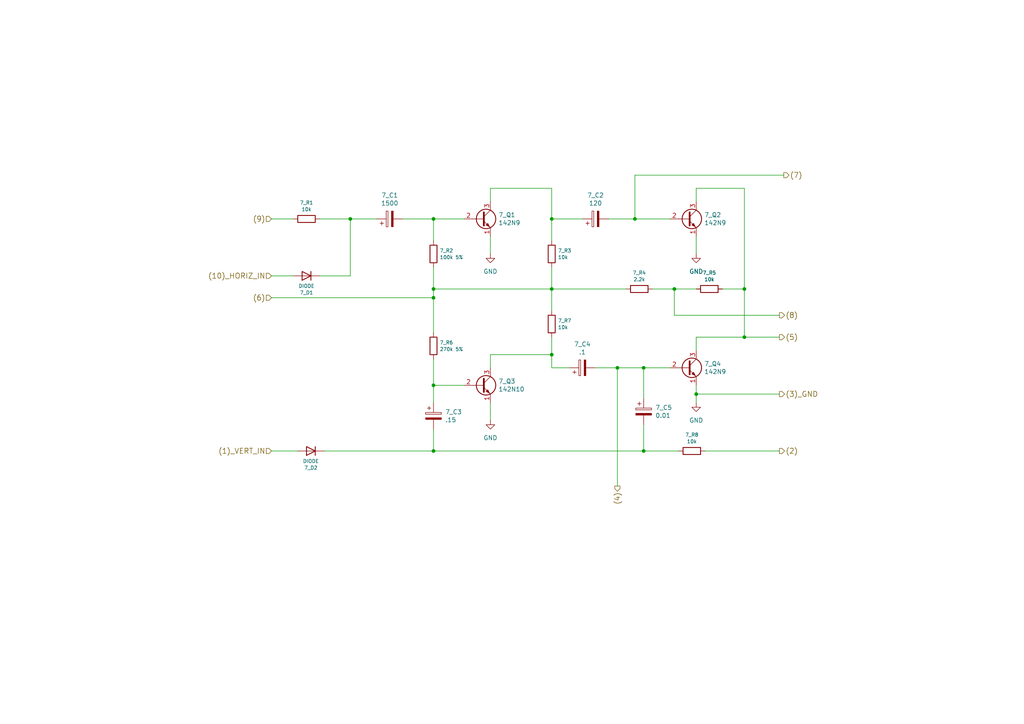
<source format=kicad_sch>
(kicad_sch (version 20250114) (generator "eeschema") (generator_version "9.0")
  (paper "A4")
  (lib_symbols
    (symbol "Device:C_Polarized" (pin_numbers (hide yes)) (pin_names (offset 0.254))
      (property "Reference" "C" (at 0.635 2.54 0))
      (property "Value" "C_Polarized" (at 0.635 -2.54 0))
      (symbol "C_Polarized_0_1"
        (rectangle (start -2.286 0.508) (end 2.286 1.016))
        (polyline (pts (xy -1.778 2.286) (xy -0.762 2.286)))
        (polyline (pts (xy -1.27 2.794) (xy -1.27 1.778)))
        (rectangle (start 2.286 -0.508) (end -2.286 -1.016) (fill (type outline)))
      )
      (symbol "C_Polarized_1_1"
        (pin passive line (at 0 3.81 270) (length 2.794) (name "~") (number "1"))
        (pin passive line (at 0 -3.81 90) (length 2.794) (name "~") (number "2"))
      )
    )
    (symbol "Device:D" (pin_numbers (hide yes)) (pin_names (offset 1.016) (hide yes))
      (property "Reference" "D" (at 0 2.54 0))
      (property "Value" "D" (at 0 -2.54 0))
      (symbol "D_0_1"
        (polyline (pts (xy -1.27 1.27) (xy -1.27 -1.27)) (stroke (width 0.254)))
        (polyline (pts (xy 1.27 1.27) (xy 1.27 -1.27) (xy -1.27 0) (xy 1.27 1.27)) (stroke (width 0.254)))
        (polyline (pts (xy 1.27 0) (xy -1.27 0)))
      )
      (symbol "D_1_1"
        (pin passive line (at -3.81 0 0) (length 2.54) (name "K") (number "1"))
        (pin passive line (at 3.81 0 180) (length 2.54) (name "A") (number "2"))
      )
    )
    (symbol "Device:R" (pin_numbers (hide yes)) (pin_names (offset 0))
      (property "Reference" "R" (at 2.032 0 90))
      (property "Value" "R" (at 0 0 90))
      (symbol "R_0_1"
        (rectangle (start -1.016 -2.54) (end 1.016 2.54) (stroke (width 0.254)))
      )
      (symbol "R_1_1"
        (pin passive line (at 0 3.81 270) (length 1.27) (name "~") (number "1"))
        (pin passive line (at 0 -3.81 90) (length 1.27) (name "~") (number "2"))
      )
    )
    (symbol "Transistor_BJT:Q_NPN_EBC" (pin_names (offset 0) (hide yes))
      (property "Reference" "Q" (at 5.08 1.27 0))
      (property "Value" "Q_NPN_EBC" (at 5.08 -1.27 0))
      (symbol "Q_NPN_EBC_0_1"
        (polyline (pts (xy -2.54 0) (xy 0.635 0)))
        (polyline (pts (xy 0.635 1.905) (xy 0.635 -1.905)) (stroke (width 0.508)))
        (circle (center 1.27 0) (radius 2.8194) (stroke (width 0.254)))
      )
      (symbol "Q_NPN_EBC_1_1"
        (polyline (pts (xy 0.635 0.635) (xy 2.54 2.54)))
        (polyline (pts (xy 0.635 -0.635) (xy 2.54 -2.54)))
        (polyline (pts (xy 1.27 -1.778) (xy 1.778 -1.27) (xy 2.286 -2.286) (xy 1.27 -1.778)) (fill (type outline)))
        (pin input line (at -5.08 0 0) (length 2.54) (name "B") (number "2"))
        (pin passive line (at 2.54 5.08 270) (length 2.54) (name "C") (number "3"))
        (pin passive line (at 2.54 -5.08 90) (length 2.54) (name "E") (number "1"))
      )
    )
    (symbol "power:GND" (power) (pin_numbers (hide yes)) (pin_names (offset 0) (hide yes))
      (property "Value" "GND" (at 0 -3.81 0))
      (symbol "GND_0_1"
        (polyline (pts (xy 0 0) (xy 0 -1.27) (xy 1.27 -1.27) (xy 0 -2.54) (xy -1.27 -1.27) (xy 0 -1.27)))
      )
      (symbol "GND_1_1"
        (pin power_in line (at 0 0 270) (length 0) (name "~") (number "1"))
      )
    )
  )
  (junction (at 184.15 63.5))
  (junction (at 125.73 130.81))
  (junction (at 125.73 111.76))
  (junction (at 195.58 83.82))
  (junction (at 101.6 63.5))
  (junction (at 215.9 83.82))
  (junction (at 125.73 86.36))
  (junction (at 186.69 106.68))
  (junction (at 201.93 114.3))
  (junction (at 125.73 83.82))
  (junction (at 215.9 97.79))
  (junction (at 179.07 106.68))
  (junction (at 186.69 130.81))
  (junction (at 160.02 102.87))
  (junction (at 160.02 83.82))
  (junction (at 160.02 63.5))
  (junction (at 125.73 63.5))
  (wire (pts (xy 201.93 114.3) (xy 201.93 116.84)))
  (wire (pts (xy 186.69 106.68) (xy 194.31 106.68)))
  (wire (pts (xy 125.73 86.36) (xy 125.73 96.52)))
  (wire (pts (xy 172.72 106.68) (xy 179.07 106.68)))
  (wire (pts (xy 184.15 63.5) (xy 194.31 63.5)))
  (wire (pts (xy 160.02 106.68) (xy 165.1 106.68)))
  (wire (pts (xy 201.93 101.6) (xy 201.93 97.79)))
  (wire (pts (xy 215.9 83.82) (xy 215.9 97.79)))
  (wire (pts (xy 186.69 130.81) (xy 196.85 130.81)))
  (wire (pts (xy 160.02 83.82) (xy 160.02 90.17)))
  (wire (pts (xy 195.58 91.44) (xy 195.58 83.82)))
  (wire (pts (xy 204.47 130.81) (xy 226.06 130.81)))
  (wire (pts (xy 227.33 50.8) (xy 184.15 50.8)))
  (wire (pts (xy 160.02 63.5) (xy 168.91 63.5)))
  (wire (pts (xy 125.73 86.36) (xy 78.74 86.36)))
  (wire (pts (xy 160.02 106.68) (xy 160.02 102.87)))
  (wire (pts (xy 142.24 102.87) (xy 160.02 102.87)))
  (wire (pts (xy 226.06 114.3) (xy 201.93 114.3)))
  (wire (pts (xy 179.07 140.97) (xy 179.07 106.68)))
  (wire (pts (xy 125.73 63.5) (xy 125.73 69.85)))
  (wire (pts (xy 160.02 83.82) (xy 181.61 83.82)))
  (wire (pts (xy 176.53 63.5) (xy 184.15 63.5)))
  (wire (pts (xy 142.24 54.61) (xy 160.02 54.61)))
  (wire (pts (xy 93.98 130.81) (xy 125.73 130.81)))
  (wire (pts (xy 179.07 106.68) (xy 186.69 106.68)))
  (wire (pts (xy 201.93 58.42) (xy 201.93 54.61)))
  (wire (pts (xy 78.74 63.5) (xy 85.09 63.5)))
  (wire (pts (xy 186.69 123.19) (xy 186.69 130.81)))
  (wire (pts (xy 226.06 91.44) (xy 195.58 91.44)))
  (wire (pts (xy 142.24 58.42) (xy 142.24 54.61)))
  (wire (pts (xy 160.02 63.5) (xy 160.02 69.85)))
  (wire (pts (xy 195.58 83.82) (xy 201.93 83.82)))
  (wire (pts (xy 201.93 54.61) (xy 215.9 54.61)))
  (wire (pts (xy 215.9 54.61) (xy 215.9 83.82)))
  (wire (pts (xy 125.73 111.76) (xy 134.62 111.76)))
  (wire (pts (xy 78.74 80.01) (xy 85.09 80.01)))
  (wire (pts (xy 201.93 111.76) (xy 201.93 114.3)))
  (wire (pts (xy 101.6 63.5) (xy 101.6 80.01)))
  (wire (pts (xy 125.73 111.76) (xy 125.73 116.84)))
  (wire (pts (xy 92.71 63.5) (xy 101.6 63.5)))
  (wire (pts (xy 160.02 54.61) (xy 160.02 63.5)))
  (wire (pts (xy 125.73 77.47) (xy 125.73 83.82)))
  (wire (pts (xy 125.73 130.81) (xy 186.69 130.81)))
  (wire (pts (xy 201.93 68.58) (xy 201.93 73.66)))
  (wire (pts (xy 160.02 77.47) (xy 160.02 83.82)))
  (wire (pts (xy 125.73 63.5) (xy 134.62 63.5)))
  (wire (pts (xy 116.84 63.5) (xy 125.73 63.5)))
  (wire (pts (xy 160.02 97.79) (xy 160.02 102.87)))
  (wire (pts (xy 186.69 106.68) (xy 186.69 115.57)))
  (wire (pts (xy 125.73 124.46) (xy 125.73 130.81)))
  (wire (pts (xy 142.24 116.84) (xy 142.24 121.92)))
  (wire (pts (xy 142.24 68.58) (xy 142.24 73.66)))
  (wire (pts (xy 92.71 80.01) (xy 101.6 80.01)))
  (wire (pts (xy 125.73 83.82) (xy 160.02 83.82)))
  (wire (pts (xy 78.74 130.81) (xy 86.36 130.81)))
  (wire (pts (xy 215.9 97.79) (xy 226.06 97.79)))
  (wire (pts (xy 125.73 104.14) (xy 125.73 111.76)))
  (wire (pts (xy 142.24 106.68) (xy 142.24 102.87)))
  (wire (pts (xy 125.73 83.82) (xy 125.73 86.36)))
  (wire (pts (xy 184.15 50.8) (xy 184.15 63.5)))
  (wire (pts (xy 209.55 83.82) (xy 215.9 83.82)))
  (wire (pts (xy 189.23 83.82) (xy 195.58 83.82)))
  (wire (pts (xy 101.6 63.5) (xy 109.22 63.5)))
  (wire (pts (xy 201.93 97.79) (xy 215.9 97.79)))
  (hierarchical_label "(8)" (shape output) (at 226.06 91.44 0) (effects (font (size 1.524 1.524))))
  (hierarchical_label "(9)" (shape input) (at 78.74 63.5 180) (effects (font (size 1.524 1.524))))
  (hierarchical_label "(3)_GND" (shape output) (at 226.06 114.3 0) (effects (font (size 1.524 1.524))))
  (hierarchical_label "(1)_VERT_IN" (shape input) (at 78.74 130.81 180) (effects (font (size 1.524 1.524))))
  (hierarchical_label "(6)" (shape input) (at 78.74 86.36 180) (effects (font (size 1.524 1.524))))
  (hierarchical_label "(10)_HORIZ_IN" (shape input) (at 78.74 80.01 180) (effects (font (size 1.524 1.524))))
  (hierarchical_label "(5)" (shape output) (at 226.06 97.79 0) (effects (font (size 1.524 1.524))))
  (hierarchical_label "(2)" (shape output) (at 226.06 130.81 0) (effects (font (size 1.524 1.524))))
  (hierarchical_label "(7)" (shape output) (at 227.33 50.8 0) (effects (font (size 1.524 1.524))))
  (hierarchical_label "(4)" (shape output) (at 179.07 140.97 270) (effects (font (size 1.524 1.524))))
  (symbol (lib_id "Device:C_Polarized") (at 168.91 106.68 90) (unit 1)
    (property "Reference" "5_C4" (at 168.91 99.822 90))
    (property "Value" ".1" (at 168.91 102.1334 90))
    (property "Description" "Polarized capacitor" (effects (hide yes)))
    (instances (project "" (path "" (reference "7_C4") (unit 1)) (path "" (reference "8_C4") (unit 1)) (path "" (reference "6_C4") (unit 1)) (path "" (reference "5_C4") (unit 1))))
  )
  (symbol (lib_id "Transistor_BJT:Q_NPN_EBC") (at 139.7 63.5 0) (unit 1)
    (property "Reference" "5_Q1" (at 144.5514 62.3316 0) (effects (justify left)))
    (property "Value" "142N9" (at 144.5514 64.643 0) (effects (justify left)))
    (property "Description" "NPN transistor, emitter/base/collector" (effects (hide yes)))
    (instances (project "" (path "" (reference "7_Q1") (unit 1)) (path "" (reference "8_Q1") (unit 1)) (path "" (reference "6_Q1") (unit 1)) (path "" (reference "5_Q1") (unit 1))))
  )
  (symbol (lib_id "Device:R") (at 125.73 73.66 180) (unit 1)
    (property "Reference" "5_R2" (at 127.5334 72.6948 0) (effects (font (size 1.016 1.016)) (justify right)))
    (property "Value" "100k 5%" (at 127.5334 74.6252 0) (effects (font (size 1.016 1.016)) (justify right)))
    (property "Description" "Resistor" (effects (hide yes)))
    (instances (project "" (path "" (reference "7_R2") (unit 1)) (path "" (reference "8_R2") (unit 1)) (path "" (reference "6_R2") (unit 1)) (path "" (reference "5_R2") (unit 1))))
  )
  (symbol (lib_id "Device:R") (at 205.74 83.82 90) (unit 1)
    (property "Reference" "5_R5" (at 205.74 79.121 90) (effects (font (size 1.016 1.016))))
    (property "Value" "10k" (at 205.74 81.0514 90) (effects (font (size 1.016 1.016))))
    (property "Description" "Resistor" (effects (hide yes)))
    (instances (project "" (path "" (reference "7_R5") (unit 1)) (path "" (reference "8_R5") (unit 1)) (path "" (reference "6_R5") (unit 1)) (path "" (reference "5_R5") (unit 1))))
  )
  (symbol (lib_id "Device:R") (at 160.02 73.66 180) (unit 1)
    (property "Reference" "5_R3" (at 161.8234 72.6948 0) (effects (font (size 1.016 1.016)) (justify right)))
    (property "Value" "10k" (at 161.8234 74.6252 0) (effects (font (size 1.016 1.016)) (justify right)))
    (property "Description" "Resistor" (effects (hide yes)))
    (instances (project "" (path "" (reference "7_R3") (unit 1)) (path "" (reference "8_R3") (unit 1)) (path "" (reference "6_R3") (unit 1)) (path "" (reference "5_R3") (unit 1))))
  )
  (symbol (lib_id "power:GND") (at 142.24 73.66 0) (unit 1)
    (property "Reference" "#PWR01101" (effects (hide yes)))
    (property "Value" "GND" (at 142.24 78.74 0))
    (property "Description" "Power symbol creates a global label with name \"GND\" , ground" (effects (hide yes)))
  )
  (symbol (lib_id "Transistor_BJT:Q_NPN_EBC") (at 199.39 106.68 0) (unit 1)
    (property "Reference" "5_Q4" (at 204.2414 105.5116 0) (effects (justify left)))
    (property "Value" "142N9" (at 204.2414 107.823 0) (effects (justify left)))
    (property "Description" "NPN transistor, emitter/base/collector" (effects (hide yes)))
    (instances (project "" (path "" (reference "7_Q4") (unit 1)) (path "" (reference "8_Q4") (unit 1)) (path "" (reference "6_Q4") (unit 1)) (path "" (reference "5_Q4") (unit 1))))
  )
  (symbol (lib_id "Transistor_BJT:Q_NPN_EBC") (at 139.7 111.76 0) (unit 1)
    (property "Reference" "5_Q3" (at 144.5514 110.5916 0) (effects (justify left)))
    (property "Value" "142N10" (at 144.5514 112.903 0) (effects (justify left)))
    (property "Description" "NPN transistor, emitter/base/collector" (effects (hide yes)))
    (instances (project "" (path "" (reference "7_Q3") (unit 1)) (path "" (reference "8_Q3") (unit 1)) (path "" (reference "6_Q3") (unit 1)) (path "" (reference "5_Q3") (unit 1))))
  )
  (symbol (lib_id "Device:R") (at 125.73 100.33 180) (unit 1)
    (property "Reference" "5_R6" (at 127.5334 99.3648 0) (effects (font (size 1.016 1.016)) (justify right)))
    (property "Value" "270k 5%" (at 127.5334 101.2952 0) (effects (font (size 1.016 1.016)) (justify right)))
    (property "Description" "Resistor" (effects (hide yes)))
    (instances (project "" (path "" (reference "7_R6") (unit 1)) (path "" (reference "8_R6") (unit 1)) (path "" (reference "6_R6") (unit 1)) (path "" (reference "5_R6") (unit 1))))
  )
  (symbol (lib_id "Device:R") (at 200.66 130.81 90) (unit 1)
    (property "Reference" "5_R8" (at 200.66 126.111 90) (effects (font (size 1.016 1.016))))
    (property "Value" "10k" (at 200.66 128.0414 90) (effects (font (size 1.016 1.016))))
    (property "Description" "Resistor" (effects (hide yes)))
    (instances (project "" (path "" (reference "7_R8") (unit 1)) (path "" (reference "8_R8") (unit 1)) (path "" (reference "6_R8") (unit 1)) (path "" (reference "5_R8") (unit 1))))
  )
  (symbol (lib_id "power:GND") (at 201.93 116.84 0) (unit 1)
    (property "Reference" "#PWR01103" (effects (hide yes)))
    (property "Value" "GND" (at 201.93 121.92 0))
    (property "Description" "Power symbol creates a global label with name \"GND\" , ground" (effects (hide yes)))
  )
  (symbol (lib_id "Device:C_Polarized") (at 172.72 63.5 90) (unit 1)
    (property "Reference" "5_C2" (at 172.72 56.642 90))
    (property "Value" "120" (at 172.72 58.9534 90))
    (property "Description" "Polarized capacitor" (effects (hide yes)))
    (instances (project "" (path "" (reference "7_C2") (unit 1)) (path "" (reference "8_C2") (unit 1)) (path "" (reference "6_C2") (unit 1)) (path "" (reference "5_C2") (unit 1))))
  )
  (symbol (lib_id "Device:C_Polarized") (at 125.73 120.65 0) (unit 1)
    (property "Reference" "5_C3" (at 129.1082 119.4816 0) (effects (justify left)))
    (property "Value" ".15" (at 129.1082 121.793 0) (effects (justify left)))
    (property "Description" "Polarized capacitor" (effects (hide yes)))
    (instances (project "" (path "" (reference "7_C3") (unit 1)) (path "" (reference "8_C3") (unit 1)) (path "" (reference "6_C3") (unit 1)) (path "" (reference "5_C3") (unit 1))))
  )
  (symbol (lib_id "power:GND") (at 142.24 121.92 0) (unit 1)
    (property "Reference" "#PWR01104" (effects (hide yes)))
    (property "Value" "GND" (at 142.24 127 0))
    (property "Description" "Power symbol creates a global label with name \"GND\" , ground" (effects (hide yes)))
  )
  (symbol (lib_id "Device:C_Polarized") (at 186.69 119.38 0) (unit 1)
    (property "Reference" "5_C5" (at 190.0682 118.2116 0) (effects (justify left)))
    (property "Value" "0.01" (at 190.0682 120.523 0) (effects (justify left)))
    (property "Description" "Polarized capacitor" (effects (hide yes)))
    (instances (project "" (path "" (reference "7_C5") (unit 1)) (path "" (reference "8_C5") (unit 1)) (path "" (reference "6_C5") (unit 1)) (path "" (reference "5_C5") (unit 1))))
  )
  (symbol (lib_id "Device:R") (at 185.42 83.82 90) (unit 1)
    (property "Reference" "5_R4" (at 185.42 79.121 90) (effects (font (size 1.016 1.016))))
    (property "Value" "2.2k" (at 185.42 81.0514 90) (effects (font (size 1.016 1.016))))
    (property "Description" "Resistor" (effects (hide yes)))
    (instances (project "" (path "" (reference "7_R4") (unit 1)) (path "" (reference "8_R4") (unit 1)) (path "" (reference "6_R4") (unit 1)) (path "" (reference "5_R4") (unit 1))))
  )
  (symbol (lib_id "Device:C_Polarized") (at 113.03 63.5 90) (unit 1)
    (property "Reference" "5_C1" (at 113.03 56.642 90))
    (property "Value" "1500" (at 113.03 58.9534 90))
    (property "Description" "Polarized capacitor" (effects (hide yes)))
    (instances (project "" (path "" (reference "7_C1") (unit 1)) (path "" (reference "8_C1") (unit 1)) (path "" (reference "6_C1") (unit 1)) (path "" (reference "5_C1") (unit 1))))
  )
  (symbol (lib_id "Device:R") (at 160.02 93.98 180) (unit 1)
    (property "Reference" "5_R7" (at 161.8234 93.0148 0) (effects (font (size 1.016 1.016)) (justify right)))
    (property "Value" "10k" (at 161.8234 94.9452 0) (effects (font (size 1.016 1.016)) (justify right)))
    (property "Description" "Resistor" (effects (hide yes)))
    (instances (project "" (path "" (reference "7_R7") (unit 1)) (path "" (reference "8_R7") (unit 1)) (path "" (reference "6_R7") (unit 1)) (path "" (reference "5_R7") (unit 1))))
  )
  (symbol (lib_id "power:GND") (at 201.93 73.66 0) (unit 1)
    (property "Reference" "#PWR01102" (effects (hide yes)))
    (property "Value" "GND" (at 201.93 78.74 0))
    (property "Description" "Power symbol creates a global label with name \"GND\" , ground" (effects (hide yes)))
  )
  (symbol (lib_id "Transistor_BJT:Q_NPN_EBC") (at 199.39 63.5 0) (unit 1)
    (property "Reference" "5_Q2" (at 204.2414 62.3316 0) (effects (justify left)))
    (property "Value" "142N9" (at 204.2414 64.643 0) (effects (justify left)))
    (property "Description" "NPN transistor, emitter/base/collector" (effects (hide yes)))
    (instances (project "" (path "" (reference "7_Q2") (unit 1)) (path "" (reference "8_Q2") (unit 1)) (path "" (reference "6_Q2") (unit 1)) (path "" (reference "5_Q2") (unit 1))))
  )
  (symbol (lib_id "Device:R") (at 88.9 63.5 270) (unit 1)
    (property "Reference" "5_R1" (at 88.9 58.801 90) (effects (font (size 1.016 1.016))))
    (property "Value" "10k" (at 88.9 60.7314 90) (effects (font (size 1.016 1.016))))
    (property "Description" "Resistor" (effects (hide yes)))
    (instances (project "" (path "" (reference "7_R1") (unit 1)) (path "" (reference "8_R1") (unit 1)) (path "" (reference "6_R1") (unit 1)) (path "" (reference "5_R1") (unit 1))))
  )
  (symbol (lib_id "Device:D") (at 90.17 130.81 180) (unit 1)
    (property "Reference" "5_D2" (at 90.17 135.6868 0) (effects (font (size 1.016 1.016))))
    (property "Value" "DIODE" (at 90.17 133.7564 0) (effects (font (size 1.016 1.016))))
    (property "Description" "Diode" (effects (hide yes)))
    (property "Sim.Device" "D" (effects (hide yes)))
    (property "Sim.Pins" "1=K 2=A" (effects (hide yes)))
    (instances (project "" (path "" (reference "7_D2") (unit 1)) (path "" (reference "8_D2") (unit 1)) (path "" (reference "6_D2") (unit 1)) (path "" (reference "5_D2") (unit 1))))
  )
  (symbol (lib_id "Device:D") (at 88.9 80.01 180) (unit 1)
    (property "Reference" "5_D1" (at 88.9 84.8868 0) (effects (font (size 1.016 1.016))))
    (property "Value" "DIODE" (at 88.9 82.9564 0) (effects (font (size 1.016 1.016))))
    (property "Description" "Diode" (effects (hide yes)))
    (property "Sim.Device" "D" (effects (hide yes)))
    (property "Sim.Pins" "1=K 2=A" (effects (hide yes)))
    (instances (project "" (path "" (reference "7_D1") (unit 1)) (path "" (reference "8_D1") (unit 1)) (path "" (reference "6_D1") (unit 1)) (path "" (reference "5_D1") (unit 1))))
  )
)
</source>
